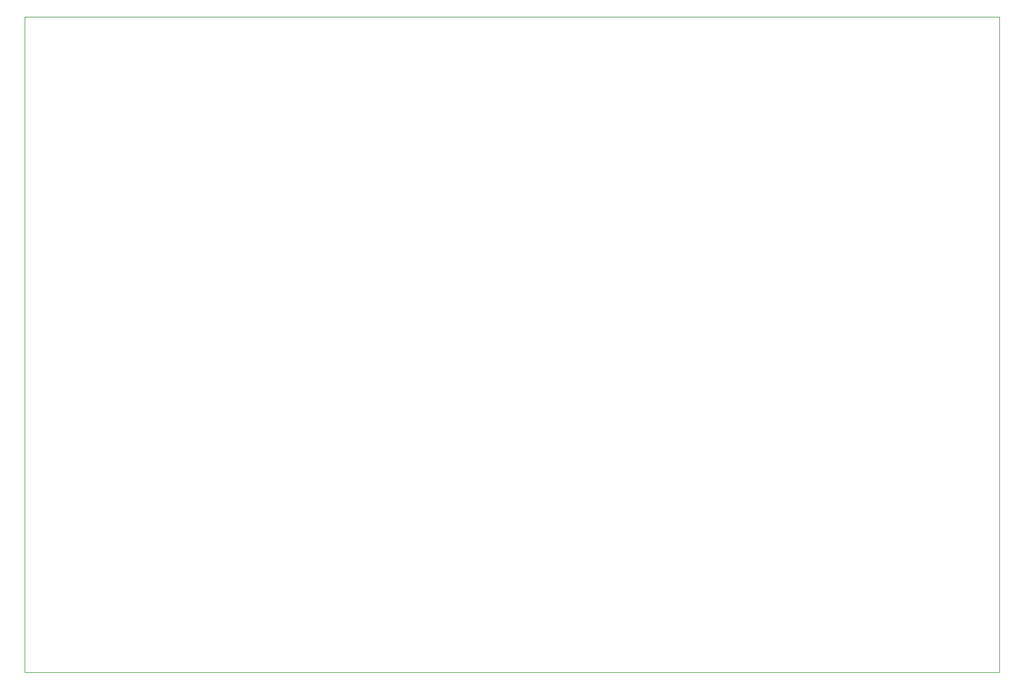
<source format=gbr>
%TF.GenerationSoftware,KiCad,Pcbnew,(6.0.10-0)*%
%TF.CreationDate,2023-02-17T09:22:21-08:00*%
%TF.ProjectId,exercise2_pcb,65786572-6369-4736-9532-5f7063622e6b,rev?*%
%TF.SameCoordinates,Original*%
%TF.FileFunction,Profile,NP*%
%FSLAX46Y46*%
G04 Gerber Fmt 4.6, Leading zero omitted, Abs format (unit mm)*
G04 Created by KiCad (PCBNEW (6.0.10-0)) date 2023-02-17 09:22:21*
%MOMM*%
%LPD*%
G01*
G04 APERTURE LIST*
%TA.AperFunction,Profile*%
%ADD10C,0.100000*%
%TD*%
G04 APERTURE END LIST*
D10*
X50800000Y-45720000D02*
X198120000Y-45720000D01*
X198120000Y-45720000D02*
X198120000Y-144780000D01*
X198120000Y-144780000D02*
X50800000Y-144780000D01*
X50800000Y-144780000D02*
X50800000Y-45720000D01*
M02*

</source>
